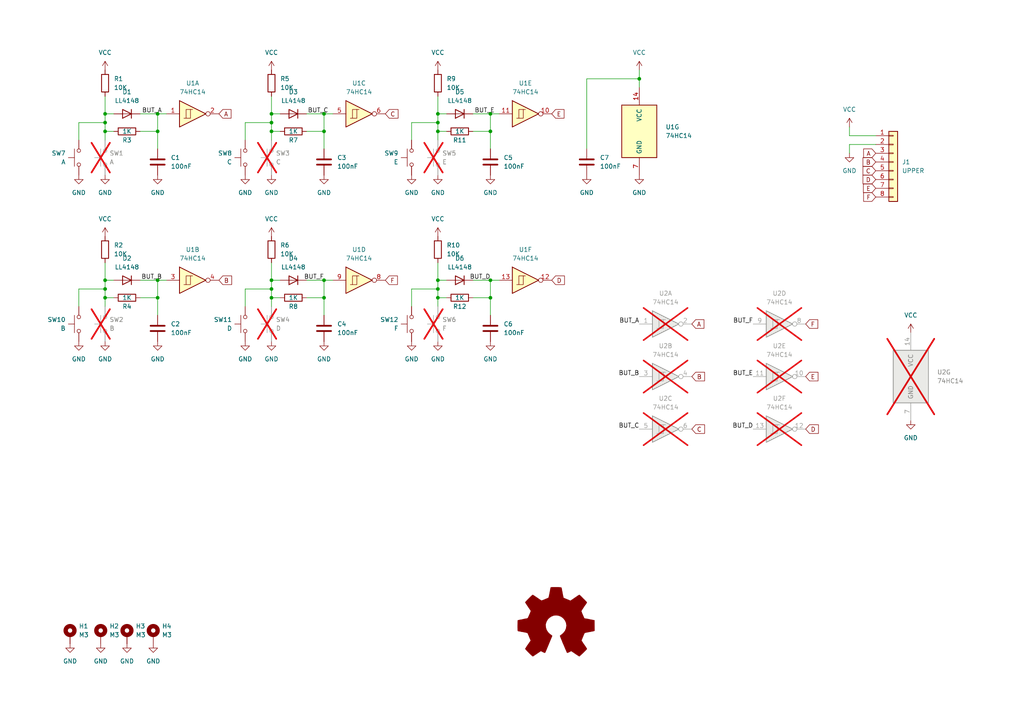
<source format=kicad_sch>
(kicad_sch (version 20231120) (generator "eeschema") (generator_version "8.0")
  (paper "A4")
  (title_block (title "Push-Buttons module with debouncing"))
  (lib_symbols
    (symbol "74xx:74HC14" (pin_names (offset 1.016))
      (property "Reference" "U" (at 0 1.27 0))
      (property "Value" "74HC14" (at 0 -1.27 0))
      (symbol "74HC14_1_0"
        (polyline (pts (xy -3.81 3.81) (xy -3.81 -3.81) (xy 3.81 0) (xy -3.81 3.81)) (stroke (width 0.254)) (fill (type background)))
        (pin input line (at -7.62 0 0) (length 3.81) (name "~") (number "1"))
        (pin output inverted (at 7.62 0 180) (length 3.81) (name "~") (number "2"))
      )
      (symbol "74HC14_1_1"
        (polyline (pts (xy -1.905 -1.27) (xy -1.905 1.27) (xy -0.635 1.27)))
        (polyline (pts (xy -2.54 -1.27) (xy -0.635 -1.27) (xy -0.635 1.27) (xy 0 1.27)))
      )
      (symbol "74HC14_2_0"
        (polyline (pts (xy -3.81 3.81) (xy -3.81 -3.81) (xy 3.81 0) (xy -3.81 3.81)) (stroke (width 0.254)) (fill (type background)))
        (pin input line (at -7.62 0 0) (length 3.81) (name "~") (number "3"))
        (pin output inverted (at 7.62 0 180) (length 3.81) (name "~") (number "4"))
      )
      (symbol "74HC14_2_1"
        (polyline (pts (xy -1.905 -1.27) (xy -1.905 1.27) (xy -0.635 1.27)))
        (polyline (pts (xy -2.54 -1.27) (xy -0.635 -1.27) (xy -0.635 1.27) (xy 0 1.27)))
      )
      (symbol "74HC14_3_0"
        (polyline (pts (xy -3.81 3.81) (xy -3.81 -3.81) (xy 3.81 0) (xy -3.81 3.81)) (stroke (width 0.254)) (fill (type background)))
        (pin input line (at -7.62 0 0) (length 3.81) (name "~") (number "5"))
        (pin output inverted (at 7.62 0 180) (length 3.81) (name "~") (number "6"))
      )
      (symbol "74HC14_3_1"
        (polyline (pts (xy -1.905 -1.27) (xy -1.905 1.27) (xy -0.635 1.27)))
        (polyline (pts (xy -2.54 -1.27) (xy -0.635 -1.27) (xy -0.635 1.27) (xy 0 1.27)))
      )
      (symbol "74HC14_4_0"
        (polyline (pts (xy -3.81 3.81) (xy -3.81 -3.81) (xy 3.81 0) (xy -3.81 3.81)) (stroke (width 0.254)) (fill (type background)))
        (pin output inverted (at 7.62 0 180) (length 3.81) (name "~") (number "8"))
        (pin input line (at -7.62 0 0) (length 3.81) (name "~") (number "9"))
      )
      (symbol "74HC14_4_1"
        (polyline (pts (xy -1.905 -1.27) (xy -1.905 1.27) (xy -0.635 1.27)))
        (polyline (pts (xy -2.54 -1.27) (xy -0.635 -1.27) (xy -0.635 1.27) (xy 0 1.27)))
      )
      (symbol "74HC14_5_0"
        (polyline (pts (xy -3.81 3.81) (xy -3.81 -3.81) (xy 3.81 0) (xy -3.81 3.81)) (stroke (width 0.254)) (fill (type background)))
        (pin output inverted (at 7.62 0 180) (length 3.81) (name "~") (number "10"))
        (pin input line (at -7.62 0 0) (length 3.81) (name "~") (number "11"))
      )
      (symbol "74HC14_5_1"
        (polyline (pts (xy -1.905 -1.27) (xy -1.905 1.27) (xy -0.635 1.27)))
        (polyline (pts (xy -2.54 -1.27) (xy -0.635 -1.27) (xy -0.635 1.27) (xy 0 1.27)))
      )
      (symbol "74HC14_6_0"
        (polyline (pts (xy -3.81 3.81) (xy -3.81 -3.81) (xy 3.81 0) (xy -3.81 3.81)) (stroke (width 0.254)) (fill (type background)))
        (pin output inverted (at 7.62 0 180) (length 3.81) (name "~") (number "12"))
        (pin input line (at -7.62 0 0) (length 3.81) (name "~") (number "13"))
      )
      (symbol "74HC14_6_1"
        (polyline (pts (xy -1.905 -1.27) (xy -1.905 1.27) (xy -0.635 1.27)))
        (polyline (pts (xy -2.54 -1.27) (xy -0.635 -1.27) (xy -0.635 1.27) (xy 0 1.27)))
      )
      (symbol "74HC14_7_0"
        (pin power_in line (at 0 12.7 270) (length 5.08) (name "VCC") (number "14"))
        (pin power_in line (at 0 -12.7 90) (length 5.08) (name "GND") (number "7"))
      )
      (symbol "74HC14_7_1"
        (rectangle (start -5.08 7.62) (end 5.08 -7.62) (stroke (width 0.254)) (fill (type background)))
      )
    )
    (symbol "Connector_Generic:Conn_01x08" (pin_names (offset 1.016) hide)
      (property "Reference" "J" (at 0 10.16 0))
      (property "Value" "Conn_01x08" (at 0 -12.7 0))
      (symbol "Conn_01x08_1_1"
        (rectangle (start -1.27 -10.033) (end 0 -10.287) (stroke (width 0.1524)))
        (rectangle (start -1.27 -7.493) (end 0 -7.747) (stroke (width 0.1524)))
        (rectangle (start -1.27 -4.953) (end 0 -5.207) (stroke (width 0.1524)))
        (rectangle (start -1.27 -2.413) (end 0 -2.667) (stroke (width 0.1524)))
        (rectangle (start -1.27 0.127) (end 0 -0.127) (stroke (width 0.1524)))
        (rectangle (start -1.27 2.667) (end 0 2.413) (stroke (width 0.1524)))
        (rectangle (start -1.27 5.207) (end 0 4.953) (stroke (width 0.1524)))
        (rectangle (start -1.27 7.747) (end 0 7.493) (stroke (width 0.1524)))
        (rectangle (start -1.27 8.89) (end 1.27 -11.43) (stroke (width 0.254)) (fill (type background)))
        (pin passive line (at -5.08 7.62 0) (length 3.81) (name "Pin_1") (number "1"))
        (pin passive line (at -5.08 5.08 0) (length 3.81) (name "Pin_2") (number "2"))
        (pin passive line (at -5.08 2.54 0) (length 3.81) (name "Pin_3") (number "3"))
        (pin passive line (at -5.08 0 0) (length 3.81) (name "Pin_4") (number "4"))
        (pin passive line (at -5.08 -2.54 0) (length 3.81) (name "Pin_5") (number "5"))
        (pin passive line (at -5.08 -5.08 0) (length 3.81) (name "Pin_6") (number "6"))
        (pin passive line (at -5.08 -7.62 0) (length 3.81) (name "Pin_7") (number "7"))
        (pin passive line (at -5.08 -10.16 0) (length 3.81) (name "Pin_8") (number "8"))
      )
    )
    (symbol "Device:C" (pin_numbers hide) (pin_names (offset 0.254))
      (property "Reference" "C" (at 0.635 2.54 0))
      (property "Value" "C" (at 0.635 -2.54 0))
      (symbol "C_0_1"
        (polyline (pts (xy -2.032 -0.762) (xy 2.032 -0.762)) (stroke (width 0.508)))
        (polyline (pts (xy -2.032 0.762) (xy 2.032 0.762)) (stroke (width 0.508)))
      )
      (symbol "C_1_1"
        (pin passive line (at 0 3.81 270) (length 2.794) (name "~") (number "1"))
        (pin passive line (at 0 -3.81 90) (length 2.794) (name "~") (number "2"))
      )
    )
    (symbol "Device:R" (pin_numbers hide) (pin_names (offset 0))
      (property "Reference" "R" (at 2.032 0 90))
      (property "Value" "R" (at 0 0 90))
      (symbol "R_0_1"
        (rectangle (start -1.016 -2.54) (end 1.016 2.54) (stroke (width 0.254)))
      )
      (symbol "R_1_1"
        (pin passive line (at 0 3.81 270) (length 1.27) (name "~") (number "1"))
        (pin passive line (at 0 -3.81 90) (length 1.27) (name "~") (number "2"))
      )
    )
    (symbol "Diode:LL4148" (pin_numbers hide) (pin_names (offset 1.016) hide)
      (property "Reference" "D" (at 0 2.54 0))
      (property "Value" "LL4148" (at 0 -2.54 0))
      (symbol "LL4148_0_1"
        (polyline (pts (xy -1.27 1.27) (xy -1.27 -1.27)) (stroke (width 0.254)))
        (polyline (pts (xy 1.27 0) (xy -1.27 0)))
        (polyline (pts (xy 1.27 1.27) (xy 1.27 -1.27) (xy -1.27 0) (xy 1.27 1.27)) (stroke (width 0.254)))
      )
      (symbol "LL4148_1_1"
        (pin passive line (at -3.81 0 0) (length 2.54) (name "K") (number "1"))
        (pin passive line (at 3.81 0 180) (length 2.54) (name "A") (number "2"))
      )
    )
    (symbol "Graphic:Logo_Open_Hardware_Large" (in_bom no) (on_board no)
      (symbol "Logo_Open_Hardware_Large_1_1"
        (polyline (pts (xy 6.731 -8.7122) (xy 6.6294 -8.6614) (xy 6.35 -8.4836) (xy 5.9944 -8.255) (xy 5.5372 -7.9502) (xy 5.1054 -7.6454) (xy 4.7498 -7.4168) (xy 4.4958 -7.239) (xy 4.3942 -7.1882) (xy 4.318 -7.2136) (xy 4.1148 -7.3152) (xy 3.81 -7.4676) (xy 3.6322 -7.5692) (xy 3.3528 -7.6708) (xy 3.2258 -7.6962) (xy 3.2004 -7.6708) (xy 3.0988 -7.4676) (xy 2.9464 -7.0866) (xy 2.7178 -6.604) (xy 2.4892 -6.0452) (xy 2.2352 -5.4356) (xy 1.9558 -4.826) (xy 1.7272 -4.2164) (xy 1.4986 -3.683) (xy 1.3208 -3.2512) (xy 1.2192 -2.9464) (xy 1.1684 -2.8194) (xy 1.1938 -2.794) (xy 1.3208 -2.667) (xy 1.5748 -2.4892) (xy 2.0828 -2.0574) (xy 2.6162 -1.397) (xy 2.921 -0.6604) (xy 3.048 0.1524) (xy 2.9464 0.9144) (xy 2.6416 1.6256) (xy 2.1336 2.286) (xy 1.524 2.7686) (xy 0.8128 3.0734) (xy 0 3.175) (xy -0.762 3.0988) (xy -1.4986 2.794) (xy -2.159 2.286) (xy -2.4384 1.9812) (xy -2.8194 1.3208) (xy -3.048 0.6096) (xy -3.0734 0.4318) (xy -3.0226 -0.3556) (xy -2.794 -1.0922) (xy -2.3876 -1.7526) (xy -1.8288 -2.3114) (xy -1.7526 -2.3622) (xy -1.4732 -2.5654) (xy -1.2954 -2.6924) (xy -1.1684 -2.8194) (xy -2.159 -5.207) (xy -2.3114 -5.588) (xy -2.5908 -6.2484) (xy -2.8194 -6.8072) (xy -3.0226 -7.2644) (xy -3.1496 -7.5692) (xy -3.2258 -7.6708) (xy -3.2258 -7.6962) (xy -3.302 -7.6962) (xy -3.4798 -7.6454) (xy -3.8354 -7.4676) (xy -4.0386 -7.366) (xy -4.2926 -7.239) (xy -4.4196 -7.1882) (xy -4.5212 -7.239) (xy -4.7498 -7.3914) (xy -5.1054 -7.6454) (xy -5.5372 -7.9248) (xy -5.9436 -8.2042) (xy -6.3246 -8.4582) (xy -6.604 -8.636) (xy -6.731 -8.7122) (xy -6.7564 -8.7122) (xy -6.858 -8.636) (xy -7.0866 -8.4582) (xy -7.4168 -8.1534) (xy -7.874 -7.6962) (xy -7.9502 -7.62) (xy -8.3312 -7.239) (xy -8.636 -6.9088) (xy -8.8392 -6.6802) (xy -8.9154 -6.5786) (xy -8.9154 -6.5786) (xy -8.8392 -6.4516) (xy -8.6614 -6.1722) (xy -8.4328 -5.7912) (xy -8.128 -5.3594) (xy -7.3152 -4.191) (xy -7.7724 -3.0988) (xy -7.8994 -2.7686) (xy -8.0772 -2.3622) (xy -8.2042 -2.0828) (xy -8.255 -1.9558) (xy -8.382 -1.905) (xy -8.6614 -1.8542) (xy -9.0932 -1.7526) (xy -9.6266 -1.651) (xy -10.1092 -1.5748) (xy -10.541 -1.4732) (xy -10.8712 -1.4224) (xy -11.0236 -1.397) (xy -11.049 -1.3716) (xy -11.0744 -1.2954) (xy -11.0998 -1.143) (xy -11.0998 -0.889) (xy -11.1252 -0.4572) (xy -11.1252 0.1524) (xy -11.1252 0.2286) (xy -11.0998 0.8128) (xy -11.0998 1.27) (xy -11.0744 1.5494) (xy -11.0744 1.6764) (xy -11.0744 1.6764) (xy -10.922 1.7018) (xy -10.6172 1.778) (xy -10.16 1.8542) (xy -9.652 1.9558) (xy -9.6012 1.9812) (xy -9.0932 2.0828) (xy -8.636 2.159) (xy -8.3312 2.2352) (xy -8.2042 2.286) (xy -8.1788 2.3114) (xy -8.0772 2.5146) (xy -7.9248 2.8448) (xy -7.747 3.2512) (xy -7.5692 3.6576) (xy -7.4168 4.0386) (xy -7.3152 4.318) (xy -7.2898 4.445) (xy -7.2898 4.445) (xy -7.366 4.572) (xy -7.5438 4.826) (xy -7.7978 5.207) (xy -8.128 5.6642) (xy -8.128 5.6896) (xy -8.4328 6.1468) (xy -8.6868 6.5278) (xy -8.8392 6.7818) (xy -8.9154 6.9088) (xy -8.9154 6.9088) (xy -8.8138 7.0358) (xy -8.5852 7.2898) (xy -8.255 7.6454) (xy -7.874 8.0264) (xy -7.747 8.1534) (xy -7.3152 8.5852) (xy -7.0104 8.8646) (xy -6.8326 8.9916) (xy -6.731 9.0424) (xy -6.731 9.0424) (xy -6.604 8.9408) (xy -6.3246 8.763) (xy -5.9436 8.509) (xy -5.4864 8.2042) (xy -5.461 8.1788) (xy -5.0038 7.874) (xy -4.6482 7.62) (xy -4.3688 7.4422) (xy -4.2672 7.3914) (xy -4.2418 7.3914) (xy -4.064 7.4422) (xy -3.7338 7.5438) (xy -3.3528 7.6962) (xy -2.9464 7.874) (xy -2.5654 8.0264) (xy -2.286 8.1534) (xy -2.159 8.2296) (xy -2.159 8.2296) (xy -2.1082 8.382) (xy -2.032 8.7122) (xy -1.9304 9.1694) (xy -1.8288 9.7282) (xy -1.8034 9.8044) (xy -1.7018 10.3378) (xy -1.6256 10.7696) (xy -1.5748 11.0744) (xy -1.524 11.2014) (xy -1.4478 11.2268) (xy -1.1938 11.2522) (xy -0.8128 11.2522) (xy -0.3302 11.2522) (xy 0.1524 11.2522) (xy 0.6604 11.2522) (xy 1.0668 11.2268) (xy 1.3716 11.2014) (xy 1.4986 11.176) (xy 1.4986 11.176) (xy 1.5494 11.0236) (xy 1.6256 10.6934) (xy 1.7018 10.2108) (xy 1.8288 9.6774) (xy 1.8288 9.5758) (xy 1.9304 9.0424) (xy 2.032 8.6106) (xy 2.0828 8.3058) (xy 2.1336 8.2042) (xy 2.159 8.1788) (xy 2.3876 8.0772) (xy 2.7432 7.9248) (xy 3.175 7.747) (xy 4.191 7.3406) (xy 5.461 8.2042) (xy 5.5626 8.2804) (xy 6.0198 8.5852) (xy 6.3754 8.8392) (xy 6.6294 8.9916) (xy 6.7564 9.0424) (xy 6.7564 9.0424) (xy 6.8834 8.9408) (xy 7.1374 8.7122) (xy 7.4676 8.382) (xy 7.8486 7.9756) (xy 8.1534 7.6962) (xy 8.4836 7.3406) (xy 8.7122 7.112) (xy 8.8392 6.9596) (xy 8.8646 6.858) (xy 8.8646 6.8072) (xy 8.7884 6.6802) (xy 8.6106 6.4008) (xy 8.3312 6.0198) (xy 8.0264 5.588) (xy 7.7978 5.207) (xy 7.5184 4.8006) (xy 7.3406 4.4958) (xy 7.2898 4.3434) (xy 7.2898 4.2926) (xy 7.3914 4.0386) (xy 7.5184 3.683) (xy 7.7216 3.2258) (xy 8.1534 2.2352) (xy 8.7884 2.1082) (xy 9.1948 2.0574) (xy 9.7536 1.9304) (xy 10.2616 1.8288) (xy 11.0998 1.6764) (xy 11.1252 -1.3208) (xy 10.9982 -1.3716) (xy 10.8712 -1.397) (xy 10.5664 -1.4732) (xy 10.1346 -1.5494) (xy 9.6266 -1.651) (xy 9.1948 -1.7272) (xy 8.7376 -1.8288) (xy 8.4328 -1.8796) (xy 8.2804 -1.905) (xy 8.255 -1.9558) (xy 8.1534 -2.159) (xy 7.9756 -2.5146) (xy 7.8232 -2.921) (xy 7.6454 -3.3274) (xy 7.493 -3.7338) (xy 7.366 -4.0132) (xy 7.3406 -4.191) (xy 7.3914 -4.2926) (xy 7.5692 -4.5466) (xy 7.7978 -4.9276) (xy 8.1026 -5.3594) (xy 8.4074 -5.7912) (xy 8.6614 -6.1722) (xy 8.8138 -6.4262) (xy 8.89 -6.5532) (xy 8.8646 -6.6548) (xy 8.6868 -6.858) (xy 8.3566 -7.1882) (xy 7.874 -7.6708) (xy 7.7978 -7.747) (xy 7.3914 -8.128) (xy 7.0612 -8.4328) (xy 6.8326 -8.636) (xy 6.731 -8.7122)) (fill (type outline)))
      )
    )
    (symbol "Mechanical:MountingHole_Pad" (pin_numbers hide) (pin_names (offset 1.016) hide)
      (property "Reference" "H" (at 0 6.35 0))
      (property "Value" "MountingHole_Pad" (at 0 4.445 0))
      (symbol "MountingHole_Pad_0_1"
        (circle (center 0 1.27) (radius 1.27) (stroke (width 1.27)))
      )
      (symbol "MountingHole_Pad_1_1"
        (pin input line (at 0 -2.54 90) (length 2.54) (name "1") (number "1"))
      )
    )
    (symbol "Switch:SW_Push" (pin_numbers hide) (pin_names (offset 1.016) hide)
      (property "Reference" "SW" (at 1.27 2.54 0))
      (property "Value" "SW_Push" (at 0 -1.524 0))
      (symbol "SW_Push_0_1"
        (circle (center -2.032 0) (radius 0.508))
        (polyline (pts (xy 0 1.27) (xy 0 3.048)))
        (polyline (pts (xy 2.54 1.27) (xy -2.54 1.27)))
        (circle (center 2.032 0) (radius 0.508))
        (pin passive line (at -5.08 0 0) (length 2.54) (name "1") (number "1"))
        (pin passive line (at 5.08 0 180) (length 2.54) (name "2") (number "2"))
      )
    )
    (symbol "power:GND" (power) (pin_names (offset 0))
      (property "Value" "GND" (at 0 -3.81 0))
      (symbol "GND_0_1"
        (polyline (pts (xy 0 0) (xy 0 -1.27) (xy 1.27 -1.27) (xy 0 -2.54) (xy -1.27 -1.27) (xy 0 -1.27)))
      )
      (symbol "GND_1_1"
        (pin power_in line (at 0 0 270) (length 0) hide (name "GND") (number "1"))
      )
    )
    (symbol "power:VCC" (power) (pin_names (offset 0))
      (property "Value" "VCC" (at 0 3.81 0))
      (symbol "VCC_0_1"
        (polyline (pts (xy -0.762 1.27) (xy 0 2.54)))
        (polyline (pts (xy 0 0) (xy 0 2.54)))
        (polyline (pts (xy 0 2.54) (xy 0.762 1.27)))
      )
      (symbol "VCC_1_1"
        (pin power_in line (at 0 0 90) (length 0) hide (name "VCC") (number "1"))
      )
    )
  )
  (junction (at 78.74 81.28))
  (junction (at 78.74 83.82))
  (junction (at 78.74 35.56))
  (junction (at 142.24 81.28))
  (junction (at 127 86.36))
  (junction (at 30.48 86.36))
  (junction (at 78.74 38.1))
  (junction (at 45.72 33.02))
  (junction (at 127 81.28))
  (junction (at 142.24 86.36))
  (junction (at 93.98 86.36))
  (junction (at 78.74 86.36))
  (junction (at 127 83.82))
  (junction (at 30.48 35.56))
  (junction (at 78.74 33.02))
  (junction (at 30.48 83.82))
  (junction (at 93.98 33.02))
  (junction (at 142.24 38.1))
  (junction (at 185.42 22.86))
  (junction (at 127 33.02))
  (junction (at 30.48 33.02))
  (junction (at 30.48 38.1))
  (junction (at 93.98 81.28))
  (junction (at 45.72 38.1))
  (junction (at 30.48 81.28))
  (junction (at 45.72 81.28))
  (junction (at 45.72 86.36))
  (junction (at 142.24 33.02))
  (junction (at 127 35.56))
  (junction (at 127 38.1))
  (junction (at 93.98 38.1))
  (wire (pts (xy 127 33.02) (xy 129.54 33.02)))
  (wire (pts (xy 127 81.28) (xy 127 83.82)))
  (wire (pts (xy 254 41.91) (xy 246.38 41.91)))
  (wire (pts (xy 127 76.2) (xy 127 81.28)))
  (wire (pts (xy 78.74 33.02) (xy 81.28 33.02)))
  (wire (pts (xy 119.38 88.9) (xy 119.38 83.82)))
  (wire (pts (xy 185.42 22.86) (xy 185.42 25.4)))
  (wire (pts (xy 246.38 36.83) (xy 246.38 39.37)))
  (wire (pts (xy 78.74 86.36) (xy 81.28 86.36)))
  (wire (pts (xy 88.9 81.28) (xy 93.98 81.28)))
  (wire (pts (xy 170.18 22.86) (xy 185.42 22.86)))
  (wire (pts (xy 22.86 40.64) (xy 22.86 35.56)))
  (wire (pts (xy 93.98 86.36) (xy 93.98 91.44)))
  (wire (pts (xy 30.48 33.02) (xy 30.48 35.56)))
  (wire (pts (xy 40.64 33.02) (xy 45.72 33.02)))
  (wire (pts (xy 127 38.1) (xy 129.54 38.1)))
  (wire (pts (xy 127 35.56) (xy 127 38.1)))
  (wire (pts (xy 142.24 81.28) (xy 144.78 81.28)))
  (wire (pts (xy 30.48 35.56) (xy 30.48 38.1)))
  (wire (pts (xy 71.12 35.56) (xy 78.74 35.56)))
  (wire (pts (xy 93.98 33.02) (xy 93.98 38.1)))
  (wire (pts (xy 78.74 35.56) (xy 78.74 38.1)))
  (wire (pts (xy 22.86 83.82) (xy 30.48 83.82)))
  (wire (pts (xy 45.72 33.02) (xy 45.72 38.1)))
  (wire (pts (xy 40.64 81.28) (xy 45.72 81.28)))
  (wire (pts (xy 22.86 88.9) (xy 22.86 83.82)))
  (wire (pts (xy 88.9 38.1) (xy 93.98 38.1)))
  (wire (pts (xy 45.72 81.28) (xy 48.26 81.28)))
  (wire (pts (xy 45.72 86.36) (xy 45.72 91.44)))
  (wire (pts (xy 119.38 35.56) (xy 127 35.56)))
  (wire (pts (xy 119.38 83.82) (xy 127 83.82)))
  (wire (pts (xy 119.38 40.64) (xy 119.38 35.56)))
  (wire (pts (xy 30.48 33.02) (xy 33.02 33.02)))
  (wire (pts (xy 30.48 83.82) (xy 30.48 86.36)))
  (wire (pts (xy 137.16 81.28) (xy 142.24 81.28)))
  (wire (pts (xy 246.38 41.91) (xy 246.38 44.45)))
  (wire (pts (xy 93.98 81.28) (xy 93.98 86.36)))
  (wire (pts (xy 30.48 86.36) (xy 33.02 86.36)))
  (wire (pts (xy 40.64 86.36) (xy 45.72 86.36)))
  (wire (pts (xy 45.72 81.28) (xy 45.72 86.36)))
  (wire (pts (xy 137.16 86.36) (xy 142.24 86.36)))
  (wire (pts (xy 30.48 81.28) (xy 30.48 83.82)))
  (wire (pts (xy 142.24 81.28) (xy 142.24 86.36)))
  (wire (pts (xy 137.16 33.02) (xy 142.24 33.02)))
  (wire (pts (xy 30.48 81.28) (xy 33.02 81.28)))
  (wire (pts (xy 78.74 83.82) (xy 78.74 86.36)))
  (wire (pts (xy 88.9 86.36) (xy 93.98 86.36)))
  (wire (pts (xy 45.72 33.02) (xy 48.26 33.02)))
  (wire (pts (xy 137.16 38.1) (xy 142.24 38.1)))
  (wire (pts (xy 254 39.37) (xy 246.38 39.37)))
  (wire (pts (xy 142.24 38.1) (xy 142.24 43.18)))
  (wire (pts (xy 30.48 38.1) (xy 30.48 40.64)))
  (wire (pts (xy 78.74 76.2) (xy 78.74 81.28)))
  (wire (pts (xy 78.74 81.28) (xy 78.74 83.82)))
  (wire (pts (xy 142.24 86.36) (xy 142.24 91.44)))
  (wire (pts (xy 45.72 38.1) (xy 45.72 43.18)))
  (wire (pts (xy 78.74 81.28) (xy 81.28 81.28)))
  (wire (pts (xy 93.98 81.28) (xy 96.52 81.28)))
  (wire (pts (xy 127 81.28) (xy 129.54 81.28)))
  (wire (pts (xy 78.74 27.94) (xy 78.74 33.02)))
  (wire (pts (xy 185.42 20.32) (xy 185.42 22.86)))
  (wire (pts (xy 127 83.82) (xy 127 86.36)))
  (wire (pts (xy 22.86 35.56) (xy 30.48 35.56)))
  (wire (pts (xy 127 27.94) (xy 127 33.02)))
  (wire (pts (xy 71.12 88.9) (xy 71.12 83.82)))
  (wire (pts (xy 127 86.36) (xy 127 88.9)))
  (wire (pts (xy 127 38.1) (xy 127 40.64)))
  (wire (pts (xy 71.12 40.64) (xy 71.12 35.56)))
  (wire (pts (xy 30.48 86.36) (xy 30.48 88.9)))
  (wire (pts (xy 30.48 76.2) (xy 30.48 81.28)))
  (wire (pts (xy 78.74 33.02) (xy 78.74 35.56)))
  (wire (pts (xy 78.74 86.36) (xy 78.74 88.9)))
  (wire (pts (xy 30.48 38.1) (xy 33.02 38.1)))
  (wire (pts (xy 30.48 27.94) (xy 30.48 33.02)))
  (wire (pts (xy 78.74 38.1) (xy 81.28 38.1)))
  (wire (pts (xy 142.24 33.02) (xy 144.78 33.02)))
  (wire (pts (xy 93.98 33.02) (xy 96.52 33.02)))
  (wire (pts (xy 93.98 38.1) (xy 93.98 43.18)))
  (wire (pts (xy 142.24 33.02) (xy 142.24 38.1)))
  (wire (pts (xy 40.64 38.1) (xy 45.72 38.1)))
  (wire (pts (xy 127 86.36) (xy 129.54 86.36)))
  (wire (pts (xy 78.74 38.1) (xy 78.74 40.64)))
  (wire (pts (xy 127 33.02) (xy 127 35.56)))
  (wire (pts (xy 88.9 33.02) (xy 93.98 33.02)))
  (wire (pts (xy 71.12 83.82) (xy 78.74 83.82)))
  (wire (pts (xy 170.18 43.18) (xy 170.18 22.86)))
  (label "BUT_D" (at 142.24 81.28 180))
  (label "BUT_E" (at 143.51 33.02 180))
  (label "BUT_A" (at 46.99 33.02 180))
  (label "BUT_F" (at 218.44 93.98 180))
  (label "BUT_D" (at 218.44 124.46 180))
  (label "BUT_C" (at 185.42 124.46 180))
  (label "BUT_C" (at 95.25 33.02 180))
  (label "BUT_A" (at 185.42 93.98 180))
  (label "BUT_B" (at 46.99 81.28 180))
  (label "BUT_E" (at 218.44 109.22 180))
  (label "BUT_B" (at 185.42 109.22 180))
  (label "BUT_F" (at 93.98 81.28 180))
  (global_label "D" (shape input) (at 233.68 124.46 0) (property "Intersheetrefs" "${INTERSHEET_REFS}" (effects (hide yes))))
  (global_label "A" (shape input) (at 63.5 33.02 0) (property "Intersheetrefs" "${INTERSHEET_REFS}" (effects (hide yes))))
  (global_label "E" (shape input) (at 233.68 109.22 0) (property "Intersheetrefs" "${INTERSHEET_REFS}" (effects (hide yes))))
  (global_label "E" (shape input) (at 254 54.61 180) (property "Intersheetrefs" "${INTERSHEET_REFS}" (effects (hide yes))))
  (global_label "C" (shape input) (at 111.76 33.02 0) (property "Intersheetrefs" "${INTERSHEET_REFS}" (effects (hide yes))))
  (global_label "A" (shape input) (at 200.66 93.98 0) (property "Intersheetrefs" "${INTERSHEET_REFS}" (effects (hide yes))))
  (global_label "B" (shape input) (at 200.66 109.22 0) (property "Intersheetrefs" "${INTERSHEET_REFS}" (effects (hide yes))))
  (global_label "D" (shape input) (at 254 52.07 180) (property "Intersheetrefs" "${INTERSHEET_REFS}" (effects (hide yes))))
  (global_label "C" (shape input) (at 200.66 124.46 0) (property "Intersheetrefs" "${INTERSHEET_REFS}" (effects (hide yes))))
  (global_label "D" (shape input) (at 160.02 81.28 0) (property "Intersheetrefs" "${INTERSHEET_REFS}" (effects (hide yes))))
  (global_label "B" (shape input) (at 63.5 81.28 0) (property "Intersheetrefs" "${INTERSHEET_REFS}" (effects (hide yes))))
  (global_label "E" (shape input) (at 160.02 33.02 0) (property "Intersheetrefs" "${INTERSHEET_REFS}" (effects (hide yes))))
  (global_label "F" (shape input) (at 254 57.15 180) (property "Intersheetrefs" "${INTERSHEET_REFS}" (effects (hide yes))))
  (global_label "F" (shape input) (at 111.76 81.28 0) (property "Intersheetrefs" "${INTERSHEET_REFS}" (effects (hide yes))))
  (global_label "F" (shape input) (at 233.68 93.98 0) (property "Intersheetrefs" "${INTERSHEET_REFS}" (effects (hide yes))))
  (global_label "A" (shape input) (at 254 44.45 180) (property "Intersheetrefs" "${INTERSHEET_REFS}" (effects (hide yes))))
  (global_label "B" (shape input) (at 254 46.99 180) (property "Intersheetrefs" "${INTERSHEET_REFS}" (effects (hide yes))))
  (global_label "C" (shape input) (at 254 49.53 180) (property "Intersheetrefs" "${INTERSHEET_REFS}" (effects (hide yes))))
  (symbol (lib_id "power:GND") (at 127 50.8 0) (unit 1)
    (property "Reference" "#PWR015" (effects (hide yes)))
    (property "Value" "GND" (at 127 55.88 0))
  )
  (symbol (lib_id "74xx:74HC14") (at 226.06 109.22 0) (unit 5) (dnp yes)
    (property "Reference" "U2" (at 226.06 100.33 0))
    (property "Value" "74HC14" (at 226.06 102.87 0))
    (property "Footprint" "Package_DIP:DIP-14_W7.62mm" (effects (hide yes)))
    (property "Datasheet" "http://www.ti.com/lit/gpn/sn74HC14" (effects (hide yes)))
  )
  (symbol (lib_id "power:GND") (at 170.18 50.8 0) (unit 1)
    (property "Reference" "#PWR020" (effects (hide yes)))
    (property "Value" "GND" (at 170.18 55.88 0))
  )
  (symbol (lib_id "Diode:LL4148") (at 85.09 33.02 180) (unit 1)
    (property "Reference" "D3" (at 85.09 26.67 0))
    (property "Value" "LL4148" (at 85.09 29.21 0))
    (property "Footprint" "Diode_SMD:D_MiniMELF" (effects (hide yes)))
    (property "Datasheet" "http://www.vishay.com/docs/85557/ll4148.pdf" (effects (hide yes)))
  )
  (symbol (lib_id "Device:C") (at 142.24 95.25 0) (unit 1)
    (property "Reference" "C6" (at 146.05 93.9799 0) (effects (justify left)))
    (property "Value" "100nF" (at 146.05 96.5199 0) (effects (justify left)))
    (property "Footprint" "Capacitor_SMD:C_0805_2012Metric" (effects (hide yes)))
  )
  (symbol (lib_id "Device:R") (at 78.74 24.13 0) (unit 1)
    (property "Reference" "R5" (at 81.28 22.8599 0) (effects (justify left)))
    (property "Value" "10K" (at 81.28 25.3999 0) (effects (justify left)))
    (property "Footprint" "Resistor_SMD:R_0805_2012Metric" (effects (hide yes)))
  )
  (symbol (lib_id "power:VCC") (at 127 68.58 0) (unit 1)
    (property "Reference" "#PWR016" (effects (hide yes)))
    (property "Value" "VCC" (at 127 63.5 0))
  )
  (symbol (lib_id "74xx:74HC14") (at 193.04 124.46 0) (unit 3) (dnp yes)
    (property "Reference" "U2" (at 193.04 115.57 0))
    (property "Value" "74HC14" (at 193.04 118.11 0))
    (property "Footprint" "Package_DIP:DIP-14_W7.62mm" (effects (hide yes)))
    (property "Datasheet" "http://www.ti.com/lit/gpn/sn74HC14" (effects (hide yes)))
  )
  (symbol (lib_id "power:GND") (at 142.24 50.8 0) (unit 1)
    (property "Reference" "#PWR018" (effects (hide yes)))
    (property "Value" "GND" (at 142.24 55.88 0))
  )
  (symbol (lib_id "74xx:74HC14") (at 104.14 33.02 0) (unit 3)
    (property "Reference" "U1" (at 104.14 24.13 0))
    (property "Value" "74HC14" (at 104.14 26.67 0))
    (property "Footprint" "Package_SO:SO-14_3.9x8.65mm_P1.27mm" (effects (hide yes)))
    (property "Datasheet" "http://www.ti.com/lit/gpn/sn74HC14" (effects (hide yes)))
  )
  (symbol (lib_id "Mechanical:MountingHole_Pad") (at 20.32 184.15 0) (unit 1)
    (property "Reference" "H1" (at 22.86 181.6099 0) (effects (justify left)))
    (property "Value" "M3" (at 22.86 184.1499 0) (effects (justify left)))
    (property "Footprint" "MountingHole:MountingHole_3.2mm_M3_DIN965_Pad_TopBottom" (effects (hide yes)))
  )
  (symbol (lib_id "power:GND") (at 142.24 99.06 0) (unit 1)
    (property "Reference" "#PWR019" (effects (hide yes)))
    (property "Value" "GND" (at 142.24 104.14 0))
  )
  (symbol (lib_id "Switch:SW_Push") (at 78.74 93.98 90) (unit 1) (dnp yes)
    (property "Reference" "SW4" (at 80.01 92.7099 90) (effects (justify right)))
    (property "Value" "D" (at 80.01 95.2499 90) (effects (justify right)))
    (property "Footprint" "Button_Switch_SMD:SW_SPST_PTS645" (effects (hide yes)))
  )
  (symbol (lib_id "Connector_Generic:Conn_01x08") (at 259.08 46.99 0) (unit 1)
    (property "Reference" "J1" (at 261.62 46.9899 0) (effects (justify left)))
    (property "Value" "UPPER" (at 261.62 49.5299 0) (effects (justify left)))
    (property "Footprint" "Connector_PinHeader_2.54mm:PinHeader_1x08_P2.54mm_Vertical" (effects (hide yes)))
  )
  (symbol (lib_id "74xx:74HC14") (at 55.88 33.02 0) (unit 1)
    (property "Reference" "U1" (at 55.88 24.13 0))
    (property "Value" "74HC14" (at 55.88 26.67 0))
    (property "Footprint" "Package_SO:SO-14_3.9x8.65mm_P1.27mm" (effects (hide yes)))
    (property "Datasheet" "http://www.ti.com/lit/gpn/sn74HC14" (effects (hide yes)))
  )
  (symbol (lib_id "74xx:74HC14") (at 193.04 109.22 0) (unit 2) (dnp yes)
    (property "Reference" "U2" (at 193.04 100.33 0))
    (property "Value" "74HC14" (at 193.04 102.87 0))
    (property "Footprint" "Package_DIP:DIP-14_W7.62mm" (effects (hide yes)))
    (property "Datasheet" "http://www.ti.com/lit/gpn/sn74HC14" (effects (hide yes)))
  )
  (symbol (lib_id "74xx:74HC14") (at 152.4 81.28 0) (unit 6)
    (property "Reference" "U1" (at 152.4 72.39 0))
    (property "Value" "74HC14" (at 152.4 74.93 0))
    (property "Footprint" "Package_SO:SO-14_3.9x8.65mm_P1.27mm" (effects (hide yes)))
    (property "Datasheet" "http://www.ti.com/lit/gpn/sn74HC14" (effects (hide yes)))
  )
  (symbol (lib_id "Diode:LL4148") (at 36.83 81.28 180) (unit 1)
    (property "Reference" "D2" (at 36.83 74.93 0))
    (property "Value" "LL4148" (at 36.83 77.47 0))
    (property "Footprint" "Diode_SMD:D_MiniMELF" (effects (hide yes)))
    (property "Datasheet" "http://www.vishay.com/docs/85557/ll4148.pdf" (effects (hide yes)))
  )
  (symbol (lib_id "power:GND") (at 20.32 186.69 0) (unit 1)
    (property "Reference" "#PWR013" (effects (hide yes)))
    (property "Value" "GND" (at 20.32 191.77 0))
  )
  (symbol (lib_id "Device:R") (at 127 72.39 0) (unit 1)
    (property "Reference" "R10" (at 129.54 71.1199 0) (effects (justify left)))
    (property "Value" "10K" (at 129.54 73.6599 0) (effects (justify left)))
    (property "Footprint" "Resistor_SMD:R_0805_2012Metric" (effects (hide yes)))
  )
  (symbol (lib_id "power:GND") (at 30.48 99.06 0) (unit 1)
    (property "Reference" "#PWR04" (effects (hide yes)))
    (property "Value" "GND" (at 30.48 104.14 0))
  )
  (symbol (lib_id "Switch:SW_Push") (at 127 45.72 90) (unit 1) (dnp yes)
    (property "Reference" "SW5" (at 128.27 44.4499 90) (effects (justify right)))
    (property "Value" "E" (at 128.27 46.9899 90) (effects (justify right)))
    (property "Footprint" "Button_Switch_SMD:SW_SPST_PTS645" (effects (hide yes)))
  )
  (symbol (lib_id "Switch:SW_Push") (at 22.86 45.72 90) (unit 1)
    (property "Reference" "SW7" (at 19.05 44.4499 90) (effects (justify left)))
    (property "Value" "A" (at 19.05 46.9899 90) (effects (justify left)))
    (property "Footprint" "Button_Switch_THT:SW_PUSH_6mm_H8mm" (effects (hide yes)))
  )
  (symbol (lib_id "power:GND") (at 71.12 50.8 0) (unit 1)
    (property "Reference" "#PWR031" (effects (hide yes)))
    (property "Value" "GND" (at 71.12 55.88 0))
  )
  (symbol (lib_id "power:VCC") (at 30.48 68.58 0) (unit 1)
    (property "Reference" "#PWR03" (effects (hide yes)))
    (property "Value" "VCC" (at 30.48 63.5 0))
  )
  (symbol (lib_id "power:GND") (at 45.72 50.8 0) (unit 1)
    (property "Reference" "#PWR05" (effects (hide yes)))
    (property "Value" "GND" (at 45.72 55.88 0))
  )
  (symbol (lib_id "Mechanical:MountingHole_Pad") (at 29.21 184.15 0) (unit 1)
    (property "Reference" "H2" (at 31.75 181.6099 0) (effects (justify left)))
    (property "Value" "M3" (at 31.75 184.1499 0) (effects (justify left)))
    (property "Footprint" "MountingHole:MountingHole_3.2mm_M3_DIN965_Pad_TopBottom" (effects (hide yes)))
  )
  (symbol (lib_id "Device:R") (at 85.09 86.36 270) (unit 1)
    (property "Reference" "R8" (at 85.09 88.9 90))
    (property "Value" "1K" (at 85.09 86.36 90))
    (property "Footprint" "Resistor_SMD:R_0805_2012Metric" (effects (hide yes)))
  )
  (symbol (lib_id "Switch:SW_Push") (at 78.74 45.72 90) (unit 1) (dnp yes)
    (property "Reference" "SW3" (at 80.01 44.4499 90) (effects (justify right)))
    (property "Value" "C" (at 80.01 46.9899 90) (effects (justify right)))
    (property "Footprint" "Button_Switch_SMD:SW_SPST_PTS645" (effects (hide yes)))
  )
  (symbol (lib_id "Device:C") (at 170.18 46.99 0) (unit 1)
    (property "Reference" "C7" (at 173.99 45.7199 0) (effects (justify left)))
    (property "Value" "100nF" (at 173.99 48.2599 0) (effects (justify left)))
    (property "Footprint" "Capacitor_SMD:C_0805_2012Metric" (effects (hide yes)))
  )
  (symbol (lib_id "Graphic:Logo_Open_Hardware_Large") (at 161.29 181.61 0) (unit 1) (in_bom no) (on_board no)
    (property "Reference" "#SYM1" (effects (hide yes)))
    (property "Value" "Logo_Open_Hardware_Large" (effects (hide yes)))
    (property "Description" "Open Hardware logo, large" (effects (hide yes)))
    (property "Sim.Enable" "0" (effects (hide yes)))
  )
  (symbol (lib_id "74xx:74HC14") (at 55.88 81.28 0) (unit 2)
    (property "Reference" "U1" (at 55.88 72.39 0))
    (property "Value" "74HC14" (at 55.88 74.93 0))
    (property "Footprint" "Package_SO:SO-14_3.9x8.65mm_P1.27mm" (effects (hide yes)))
    (property "Datasheet" "http://www.ti.com/lit/gpn/sn74HC14" (effects (hide yes)))
  )
  (symbol (lib_id "Switch:SW_Push") (at 127 93.98 90) (unit 1) (dnp yes)
    (property "Reference" "SW6" (at 128.27 92.7099 90) (effects (justify right)))
    (property "Value" "F" (at 128.27 95.2499 90) (effects (justify right)))
    (property "Footprint" "Button_Switch_SMD:SW_SPST_PTS645" (effects (hide yes)))
  )
  (symbol (lib_id "Device:C") (at 45.72 95.25 0) (unit 1)
    (property "Reference" "C2" (at 49.53 93.9799 0) (effects (justify left)))
    (property "Value" "100nF" (at 49.53 96.5199 0) (effects (justify left)))
    (property "Footprint" "Capacitor_SMD:C_0805_2012Metric" (effects (hide yes)))
  )
  (symbol (lib_id "74xx:74HC14") (at 226.06 124.46 0) (unit 6) (dnp yes)
    (property "Reference" "U2" (at 226.06 115.57 0))
    (property "Value" "74HC14" (at 226.06 118.11 0))
    (property "Footprint" "Package_DIP:DIP-14_W7.62mm" (effects (hide yes)))
    (property "Datasheet" "http://www.ti.com/lit/gpn/sn74HC14" (effects (hide yes)))
  )
  (symbol (lib_id "Device:C") (at 93.98 46.99 0) (unit 1)
    (property "Reference" "C3" (at 97.79 45.7199 0) (effects (justify left)))
    (property "Value" "100nF" (at 97.79 48.2599 0) (effects (justify left)))
    (property "Footprint" "Capacitor_SMD:C_0805_2012Metric" (effects (hide yes)))
  )
  (symbol (lib_id "Switch:SW_Push") (at 22.86 93.98 90) (unit 1)
    (property "Reference" "SW10" (at 19.05 92.7099 90) (effects (justify left)))
    (property "Value" "B" (at 19.05 95.2499 90) (effects (justify left)))
    (property "Footprint" "Button_Switch_THT:SW_PUSH_6mm_H8mm" (effects (hide yes)))
  )
  (symbol (lib_id "power:VCC") (at 78.74 20.32 0) (unit 1)
    (property "Reference" "#PWR07" (effects (hide yes)))
    (property "Value" "VCC" (at 78.74 15.24 0))
  )
  (symbol (lib_id "Switch:SW_Push") (at 71.12 93.98 90) (unit 1)
    (property "Reference" "SW11" (at 67.31 92.7099 90) (effects (justify left)))
    (property "Value" "D" (at 67.31 95.2499 90) (effects (justify left)))
    (property "Footprint" "Button_Switch_THT:SW_PUSH_6mm_H8mm" (effects (hide yes)))
  )
  (symbol (lib_id "Mechanical:MountingHole_Pad") (at 44.45 184.15 0) (unit 1)
    (property "Reference" "H4" (at 46.99 181.6099 0) (effects (justify left)))
    (property "Value" "M3" (at 46.99 184.1499 0) (effects (justify left)))
    (property "Footprint" "MountingHole:MountingHole_3.2mm_M3_DIN965_Pad_TopBottom" (effects (hide yes)))
  )
  (symbol (lib_id "74xx:74HC14") (at 185.42 38.1 0) (unit 7)
    (property "Reference" "U1" (at 193.04 36.8299 0) (effects (justify left)))
    (property "Value" "74HC14" (at 193.04 39.3699 0) (effects (justify left)))
    (property "Footprint" "Package_SO:SO-14_3.9x8.65mm_P1.27mm" (effects (hide yes)))
    (property "Datasheet" "http://www.ti.com/lit/gpn/sn74HC14" (effects (hide yes)))
  )
  (symbol (lib_id "power:VCC") (at 246.38 36.83 0) (unit 1)
    (property "Reference" "#PWR023" (effects (hide yes)))
    (property "Value" "VCC" (at 246.38 31.75 0))
  )
  (symbol (lib_id "power:VCC") (at 185.42 20.32 0) (unit 1)
    (property "Reference" "#PWR021" (effects (hide yes)))
    (property "Value" "VCC" (at 185.42 15.24 0))
  )
  (symbol (lib_id "Device:R") (at 133.35 86.36 270) (unit 1)
    (property "Reference" "R12" (at 133.35 88.9 90))
    (property "Value" "1K" (at 133.35 86.36 90))
    (property "Footprint" "Resistor_SMD:R_0805_2012Metric" (effects (hide yes)))
  )
  (symbol (lib_id "Switch:SW_Push") (at 71.12 45.72 90) (unit 1)
    (property "Reference" "SW8" (at 67.31 44.4499 90) (effects (justify left)))
    (property "Value" "C" (at 67.31 46.9899 90) (effects (justify left)))
    (property "Footprint" "Button_Switch_THT:SW_PUSH_6mm_H8mm" (effects (hide yes)))
  )
  (symbol (lib_id "power:GND") (at 78.74 99.06 0) (unit 1)
    (property "Reference" "#PWR010" (effects (hide yes)))
    (property "Value" "GND" (at 78.74 104.14 0))
  )
  (symbol (lib_id "Diode:LL4148") (at 36.83 33.02 180) (unit 1)
    (property "Reference" "D1" (at 36.83 26.67 0))
    (property "Value" "LL4148" (at 36.83 29.21 0))
    (property "Footprint" "Diode_SMD:D_MiniMELF" (effects (hide yes)))
    (property "Datasheet" "http://www.vishay.com/docs/85557/ll4148.pdf" (effects (hide yes)))
  )
  (symbol (lib_id "Diode:LL4148") (at 133.35 81.28 180) (unit 1)
    (property "Reference" "D6" (at 133.35 74.93 0))
    (property "Value" "LL4148" (at 133.35 77.47 0))
    (property "Footprint" "Diode_SMD:D_MiniMELF" (effects (hide yes)))
    (property "Datasheet" "http://www.vishay.com/docs/85557/ll4148.pdf" (effects (hide yes)))
  )
  (symbol (lib_id "Device:R") (at 127 24.13 0) (unit 1)
    (property "Reference" "R9" (at 129.54 22.8599 0) (effects (justify left)))
    (property "Value" "10K" (at 129.54 25.3999 0) (effects (justify left)))
    (property "Footprint" "Resistor_SMD:R_0805_2012Metric" (effects (hide yes)))
  )
  (symbol (lib_id "74xx:74HC14") (at 264.16 109.22 0) (unit 7) (dnp yes)
    (property "Reference" "U2" (at 271.78 107.9499 0) (effects (justify left)))
    (property "Value" "74HC14" (at 271.78 110.4899 0) (effects (justify left)))
    (property "Footprint" "Package_DIP:DIP-14_W7.62mm" (effects (hide yes)))
    (property "Datasheet" "http://www.ti.com/lit/gpn/sn74HC14" (effects (hide yes)))
  )
  (symbol (lib_id "power:GND") (at 93.98 50.8 0) (unit 1)
    (property "Reference" "#PWR011" (effects (hide yes)))
    (property "Value" "GND" (at 93.98 55.88 0))
  )
  (symbol (lib_id "74xx:74HC14") (at 152.4 33.02 0) (unit 5)
    (property "Reference" "U1" (at 152.4 24.13 0))
    (property "Value" "74HC14" (at 152.4 26.67 0))
    (property "Footprint" "Package_SO:SO-14_3.9x8.65mm_P1.27mm" (effects (hide yes)))
    (property "Datasheet" "http://www.ti.com/lit/gpn/sn74HC14" (effects (hide yes)))
  )
  (symbol (lib_id "power:GND") (at 246.38 44.45 0) (unit 1)
    (property "Reference" "#PWR024" (effects (hide yes)))
    (property "Value" "GND" (at 246.38 49.53 0))
  )
  (symbol (lib_id "Switch:SW_Push") (at 119.38 93.98 90) (unit 1)
    (property "Reference" "SW12" (at 115.57 92.7099 90) (effects (justify left)))
    (property "Value" "F" (at 115.57 95.2499 90) (effects (justify left)))
    (property "Footprint" "Button_Switch_THT:SW_PUSH_6mm_H8mm" (effects (hide yes)))
  )
  (symbol (lib_id "Diode:LL4148") (at 85.09 81.28 180) (unit 1)
    (property "Reference" "D4" (at 85.09 74.93 0))
    (property "Value" "LL4148" (at 85.09 77.47 0))
    (property "Footprint" "Diode_SMD:D_MiniMELF" (effects (hide yes)))
    (property "Datasheet" "http://www.vishay.com/docs/85557/ll4148.pdf" (effects (hide yes)))
  )
  (symbol (lib_id "power:GND") (at 185.42 50.8 0) (unit 1)
    (property "Reference" "#PWR022" (effects (hide yes)))
    (property "Value" "GND" (at 185.42 55.88 0))
  )
  (symbol (lib_id "power:GND") (at 119.38 50.8 0) (unit 1)
    (property "Reference" "#PWR032" (effects (hide yes)))
    (property "Value" "GND" (at 119.38 55.88 0))
  )
  (symbol (lib_id "power:GND") (at 29.21 186.69 0) (unit 1)
    (property "Reference" "#PWR025" (effects (hide yes)))
    (property "Value" "GND" (at 29.21 191.77 0))
  )
  (symbol (lib_id "power:GND") (at 22.86 50.8 0) (unit 1)
    (property "Reference" "#PWR030" (effects (hide yes)))
    (property "Value" "GND" (at 22.86 55.88 0))
  )
  (symbol (lib_id "power:GND") (at 44.45 186.69 0) (unit 1)
    (property "Reference" "#PWR027" (effects (hide yes)))
    (property "Value" "GND" (at 44.45 191.77 0))
  )
  (symbol (lib_id "power:GND") (at 93.98 99.06 0) (unit 1)
    (property "Reference" "#PWR012" (effects (hide yes)))
    (property "Value" "GND" (at 93.98 104.14 0))
  )
  (symbol (lib_id "Device:R") (at 30.48 24.13 0) (unit 1)
    (property "Reference" "R1" (at 33.02 22.8599 0) (effects (justify left)))
    (property "Value" "10K" (at 33.02 25.3999 0) (effects (justify left)))
    (property "Footprint" "Resistor_SMD:R_0805_2012Metric" (effects (hide yes)))
  )
  (symbol (lib_id "power:GND") (at 36.83 186.69 0) (unit 1)
    (property "Reference" "#PWR026" (effects (hide yes)))
    (property "Value" "GND" (at 36.83 191.77 0))
  )
  (symbol (lib_id "Device:C") (at 93.98 95.25 0) (unit 1)
    (property "Reference" "C4" (at 97.79 93.9799 0) (effects (justify left)))
    (property "Value" "100nF" (at 97.79 96.5199 0) (effects (justify left)))
    (property "Footprint" "Capacitor_SMD:C_0805_2012Metric" (effects (hide yes)))
  )
  (symbol (lib_id "Diode:LL4148") (at 133.35 33.02 180) (unit 1)
    (property "Reference" "D5" (at 133.35 26.67 0))
    (property "Value" "LL4148" (at 133.35 29.21 0))
    (property "Footprint" "Diode_SMD:D_MiniMELF" (effects (hide yes)))
    (property "Datasheet" "http://www.vishay.com/docs/85557/ll4148.pdf" (effects (hide yes)))
  )
  (symbol (lib_id "power:GND") (at 127 99.06 0) (unit 1)
    (property "Reference" "#PWR017" (effects (hide yes)))
    (property "Value" "GND" (at 127 104.14 0))
  )
  (symbol (lib_id "74xx:74HC14") (at 104.14 81.28 0) (unit 4)
    (property "Reference" "U1" (at 104.14 72.39 0))
    (property "Value" "74HC14" (at 104.14 74.93 0))
    (property "Footprint" "Package_SO:SO-14_3.9x8.65mm_P1.27mm" (effects (hide yes)))
    (property "Datasheet" "http://www.ti.com/lit/gpn/sn74HC14" (effects (hide yes)))
  )
  (symbol (lib_id "74xx:74HC14") (at 226.06 93.98 0) (unit 4) (dnp yes)
    (property "Reference" "U2" (at 226.06 85.09 0))
    (property "Value" "74HC14" (at 226.06 87.63 0))
    (property "Footprint" "Package_DIP:DIP-14_W7.62mm" (effects (hide yes)))
    (property "Datasheet" "http://www.ti.com/lit/gpn/sn74HC14" (effects (hide yes)))
  )
  (symbol (lib_id "power:GND") (at 71.12 99.06 0) (unit 1)
    (property "Reference" "#PWR034" (effects (hide yes)))
    (property "Value" "GND" (at 71.12 104.14 0))
  )
  (symbol (lib_id "Device:R") (at 36.83 38.1 270) (unit 1)
    (property "Reference" "R3" (at 36.83 40.64 90))
    (property "Value" "1K" (at 36.83 38.1 90))
    (property "Footprint" "Resistor_SMD:R_0805_2012Metric" (effects (hide yes)))
  )
  (symbol (lib_id "power:GND") (at 78.74 50.8 0) (unit 1)
    (property "Reference" "#PWR08" (effects (hide yes)))
    (property "Value" "GND" (at 78.74 55.88 0))
  )
  (symbol (lib_id "Switch:SW_Push") (at 119.38 45.72 90) (unit 1)
    (property "Reference" "SW9" (at 115.57 44.4499 90) (effects (justify left)))
    (property "Value" "E" (at 115.57 46.9899 90) (effects (justify left)))
    (property "Footprint" "Button_Switch_THT:SW_PUSH_6mm_H8mm" (effects (hide yes)))
  )
  (symbol (lib_id "Device:R") (at 30.48 72.39 0) (unit 1)
    (property "Reference" "R2" (at 33.02 71.1199 0) (effects (justify left)))
    (property "Value" "10K" (at 33.02 73.6599 0) (effects (justify left)))
    (property "Footprint" "Resistor_SMD:R_0805_2012Metric" (effects (hide yes)))
  )
  (symbol (lib_id "power:GND") (at 30.48 50.8 0) (unit 1)
    (property "Reference" "#PWR02" (effects (hide yes)))
    (property "Value" "GND" (at 30.48 55.88 0))
  )
  (symbol (lib_id "Device:R") (at 133.35 38.1 270) (unit 1)
    (property "Reference" "R11" (at 133.35 40.64 90))
    (property "Value" "1K" (at 133.35 38.1 90))
    (property "Footprint" "Resistor_SMD:R_0805_2012Metric" (effects (hide yes)))
  )
  (symbol (lib_id "power:VCC") (at 30.48 20.32 0) (unit 1)
    (property "Reference" "#PWR01" (effects (hide yes)))
    (property "Value" "VCC" (at 30.48 15.24 0))
  )
  (symbol (lib_id "power:VCC") (at 127 20.32 0) (unit 1)
    (property "Reference" "#PWR014" (effects (hide yes)))
    (property "Value" "VCC" (at 127 15.24 0))
  )
  (symbol (lib_id "Device:R") (at 36.83 86.36 270) (unit 1)
    (property "Reference" "R4" (at 36.83 88.9 90))
    (property "Value" "1K" (at 36.83 86.36 90))
    (property "Footprint" "Resistor_SMD:R_0805_2012Metric" (effects (hide yes)))
  )
  (symbol (lib_id "power:GND") (at 119.38 99.06 0) (unit 1)
    (property "Reference" "#PWR035" (effects (hide yes)))
    (property "Value" "GND" (at 119.38 104.14 0))
  )
  (symbol (lib_id "power:VCC") (at 78.74 68.58 0) (unit 1)
    (property "Reference" "#PWR09" (effects (hide yes)))
    (property "Value" "VCC" (at 78.74 63.5 0))
  )
  (symbol (lib_id "Device:C") (at 142.24 46.99 0) (unit 1)
    (property "Reference" "C5" (at 146.05 45.7199 0) (effects (justify left)))
    (property "Value" "100nF" (at 146.05 48.2599 0) (effects (justify left)))
    (property "Footprint" "Capacitor_SMD:C_0805_2012Metric" (effects (hide yes)))
  )
  (symbol (lib_id "Device:R") (at 85.09 38.1 270) (unit 1)
    (property "Reference" "R7" (at 85.09 40.64 90))
    (property "Value" "1K" (at 85.09 38.1 90))
    (property "Footprint" "Resistor_SMD:R_0805_2012Metric" (effects (hide yes)))
  )
  (symbol (lib_id "power:GND") (at 264.16 121.92 0) (unit 1)
    (property "Reference" "#PWR037" (effects (hide yes)))
    (property "Value" "GND" (at 264.16 127 0))
  )
  (symbol (lib_id "power:GND") (at 45.72 99.06 0) (unit 1)
    (property "Reference" "#PWR06" (effects (hide yes)))
    (property "Value" "GND" (at 45.72 104.14 0))
  )
  (symbol (lib_id "Device:C") (at 45.72 46.99 0) (unit 1)
    (property "Reference" "C1" (at 49.53 45.7199 0) (effects (justify left)))
    (property "Value" "100nF" (at 49.53 48.2599 0) (effects (justify left)))
    (property "Footprint" "Capacitor_SMD:C_0805_2012Metric" (effects (hide yes)))
  )
  (symbol (lib_id "74xx:74HC14") (at 193.04 93.98 0) (unit 1) (dnp yes)
    (property "Reference" "U2" (at 193.04 85.09 0))
    (property "Value" "74HC14" (at 193.04 87.63 0))
    (property "Footprint" "Package_DIP:DIP-14_W7.62mm" (effects (hide yes)))
    (property "Datasheet" "http://www.ti.com/lit/gpn/sn74HC14" (effects (hide yes)))
  )
  (symbol (lib_id "Mechanical:MountingHole_Pad") (at 36.83 184.15 0) (unit 1)
    (property "Reference" "H3" (at 39.37 181.6099 0) (effects (justify left)))
    (property "Value" "M3" (at 39.37 184.1499 0) (effects (justify left)))
    (property "Footprint" "MountingHole:MountingHole_3.2mm_M3_DIN965_Pad_TopBottom" (effects (hide yes)))
  )
  (symbol (lib_id "Switch:SW_Push") (at 30.48 93.98 90) (unit 1) (dnp yes)
    (property "Reference" "SW2" (at 31.75 92.7099 90) (effects (justify right)))
    (property "Value" "B" (at 31.75 95.2499 90) (effects (justify right)))
    (property "Footprint" "Button_Switch_SMD:SW_SPST_PTS645" (effects (hide yes)))
  )
  (symbol (lib_id "Device:R") (at 78.74 72.39 0) (unit 1)
    (property "Reference" "R6" (at 81.28 71.1199 0) (effects (justify left)))
    (property "Value" "10K" (at 81.28 73.6599 0) (effects (justify left)))
    (property "Footprint" "Resistor_SMD:R_0805_2012Metric" (effects (hide yes)))
  )
  (symbol (lib_id "power:GND") (at 22.86 99.06 0) (unit 1)
    (property "Reference" "#PWR033" (effects (hide yes)))
    (property "Value" "GND" (at 22.86 104.14 0))
  )
  (symbol (lib_id "power:VCC") (at 264.16 96.52 0) (unit 1)
    (property "Reference" "#PWR036" (effects (hide yes)))
    (property "Value" "VCC" (at 264.16 91.44 0))
  )
  (symbol (lib_id "Switch:SW_Push") (at 30.48 45.72 90) (unit 1) (dnp yes)
    (property "Reference" "SW1" (at 31.75 44.4499 90) (effects (justify right)))
    (property "Value" "A" (at 31.75 46.9899 90) (effects (justify right)))
    (property "Footprint" "Button_Switch_SMD:SW_SPST_PTS645" (effects (hide yes)))
  )
)
</source>
